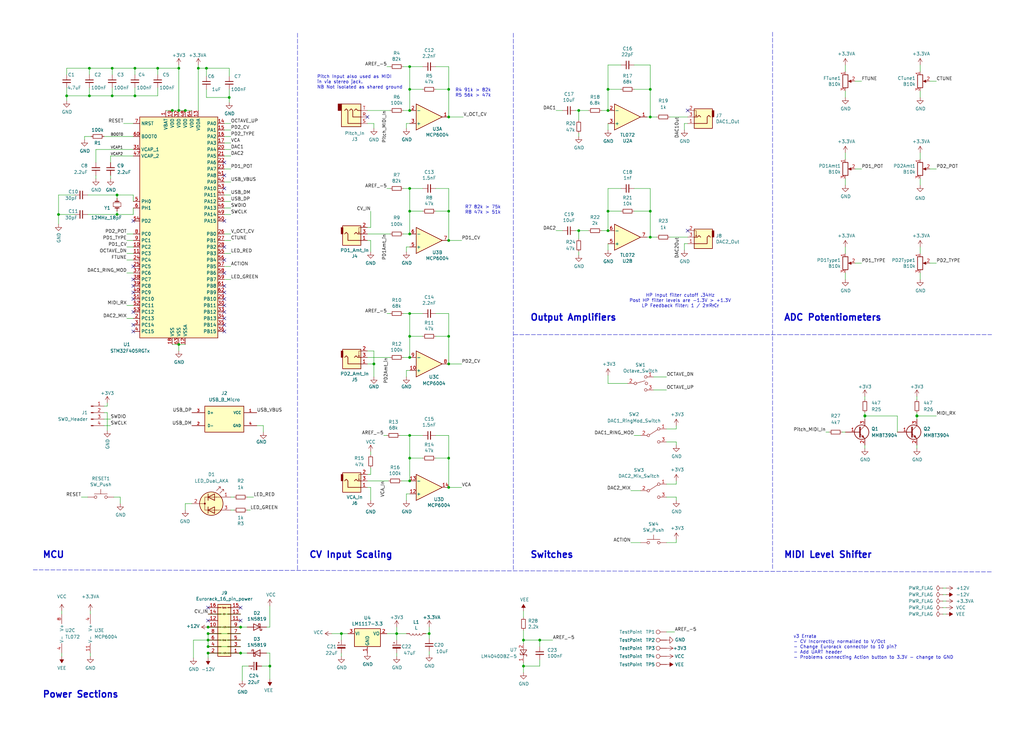
<source format=kicad_sch>
(kicad_sch (version 20231120) (generator "eeschema") (generator_version "8.0")
  (paper "User" 399.999 289.992)
  (title_block (title "DisPhaze") (date "2022-03-18") (rev "v3") (company "Mountjoy Modular"))
  (junction (at 237.49 43.18))
  (junction (at 160.02 91.44))
  (junction (at 358.14 162.56) (diameter 1.016))
  (junction (at 175.26 93.98))
  (junction (at 160.02 43.18))
  (junction (at 160.02 170.18))
  (junction (at 81.28 250.19))
  (junction (at 67.31 43.18))
  (junction (at 81.28 245.11))
  (junction (at 226.06 43.18))
  (junction (at 160.02 122.555))
  (junction (at 154.94 247.65))
  (junction (at 175.26 82.55))
  (junction (at 93.98 255.27))
  (junction (at 254 92.71))
  (junction (at 237.49 82.55))
  (junction (at 69.85 134.62))
  (junction (at 167.64 247.65))
  (junction (at 254 82.55))
  (junction (at 160.02 179.07))
  (junction (at 237.49 90.17))
  (junction (at 81.28 252.73))
  (junction (at 43.815 37.465))
  (junction (at 43.815 26.67))
  (junction (at 34.925 26.67))
  (junction (at 52.705 26.67))
  (junction (at 254 34.925))
  (junction (at 204.47 260.35))
  (junction (at 237.49 34.925))
  (junction (at 69.85 26.67))
  (junction (at 89.535 38.1))
  (junction (at 61.595 26.67))
  (junction (at 69.85 43.18))
  (junction (at 160.02 139.7))
  (junction (at 254 45.72))
  (junction (at 72.39 43.18))
  (junction (at 337.82 162.56) (diameter 1.016))
  (junction (at 81.28 247.65))
  (junction (at 160.02 73.66))
  (junction (at 160.02 187.96))
  (junction (at 175.26 190.5))
  (junction (at 175.26 45.72))
  (junction (at 105.41 260.35))
  (junction (at 52.705 37.465))
  (junction (at 160.02 82.55))
  (junction (at 210.82 250.19))
  (junction (at 133.35 247.65))
  (junction (at 77.47 26.67))
  (junction (at 160.02 131.445))
  (junction (at 175.26 179.07))
  (junction (at 175.26 131.445))
  (junction (at 93.98 245.11))
  (junction (at 45.72 83.82))
  (junction (at 175.26 34.925))
  (junction (at 204.47 250.19))
  (junction (at 160.02 34.925))
  (junction (at 80.645 26.67))
  (junction (at 146.05 142.24))
  (junction (at 45.72 76.2))
  (junction (at 26.035 37.465))
  (junction (at 175.26 142.24))
  (junction (at 81.28 255.27))
  (junction (at 34.925 37.465))
  (junction (at 160.02 26.035))
  (junction (at 22.86 83.82))
  (junction (at 226.06 90.17))
  (no_connect (at 93.98 237.49))
  (no_connect (at 52.07 121.92))
  (no_connect (at 81.28 237.49))
  (no_connect (at 87.63 119.38))
  (no_connect (at 52.07 116.84))
  (no_connect (at 87.63 111.76))
  (no_connect (at 52.07 129.54))
  (no_connect (at 87.63 127))
  (no_connect (at 87.63 73.66))
  (no_connect (at 87.63 124.46))
  (no_connect (at 52.07 114.3))
  (no_connect (at 87.63 114.3))
  (no_connect (at 87.63 101.6))
  (no_connect (at 87.63 106.68))
  (no_connect (at 52.07 86.36))
  (no_connect (at 52.07 111.76))
  (no_connect (at 87.63 63.5))
  (no_connect (at 87.63 116.84))
  (no_connect (at 87.63 86.36))
  (no_connect (at 93.98 242.57))
  (no_connect (at 268.605 43.18))
  (no_connect (at 87.63 68.58))
  (no_connect (at 143.51 45.72))
  (no_connect (at 87.63 121.92))
  (no_connect (at 87.63 129.54))
  (no_connect (at 81.28 242.57))
  (no_connect (at 268.605 90.17))
  (no_connect (at 52.07 104.14))
  (no_connect (at 52.07 109.22))
  (no_connect (at 52.07 127))
  (no_connect (at 87.63 96.52))
  (wire (pts (xy 226.06 90.17) (xy 226.06 93.345)))
  (wire (pts (xy 260.35 194.31) (xy 264.16 194.31)))
  (wire (pts (xy 359.41 96.52) (xy 359.41 99.06)))
  (wire (pts (xy 160.02 96.52) (xy 158.75 96.52)))
  (wire (pts (xy 210.82 250.19) (xy 204.47 250.19)))
  (wire (pts (xy 87.63 60.96) (xy 90.17 60.96)))
  (wire (pts (xy 330.2 106.68) (xy 330.2 109.22)))
  (wire (pts (xy 133.35 247.65) (xy 133.35 250.19)))
  (wire (pts (xy 363.22 102.87) (xy 365.76 102.87)))
  (wire (pts (xy 255.27 152.4) (xy 260.35 152.4)))
  (wire (pts (xy 149.86 170.18) (xy 151.13 170.18)))
  (wire (pts (xy 170.18 26.035) (xy 175.26 26.035)))
  (wire (pts (xy 260.35 247.015) (xy 263.525 247.015)))
  (wire (pts (xy 26.035 26.67) (xy 26.035 29.21)))
  (wire (pts (xy 34.29 76.2) (xy 45.72 76.2)))
  (wire (pts (xy 146.05 142.24) (xy 146.05 147.32)))
  (wire (pts (xy 34.925 34.29) (xy 34.925 37.465)))
  (wire (pts (xy 87.63 66.04) (xy 90.17 66.04)))
  (wire (pts (xy 165.1 73.66) (xy 160.02 73.66)))
  (wire (pts (xy 154.94 245.11) (xy 154.94 247.65)))
  (wire (pts (xy 52.07 58.42) (xy 37.465 58.42)))
  (wire (pts (xy 90.17 53.34) (xy 87.63 53.34)))
  (wire (pts (xy 52.07 60.96) (xy 43.18 60.96)))
  (wire (pts (xy 254 92.71) (xy 256.54 92.71)))
  (wire (pts (xy 93.98 247.65) (xy 81.28 247.65)))
  (wire (pts (xy 156.845 187.96) (xy 160.02 187.96)))
  (wire (pts (xy 226.06 43.18) (xy 229.87 43.18)))
  (wire (pts (xy 158.75 96.52) (xy 158.75 98.425)))
  (wire (pts (xy 129.54 247.65) (xy 133.35 247.65)))
  (wire (pts (xy 87.63 78.74) (xy 90.17 78.74)))
  (wire (pts (xy 133.35 247.65) (xy 135.89 247.65)))
  (wire (pts (xy 87.63 99.06) (xy 90.17 99.06)))
  (wire (pts (xy 167.64 245.11) (xy 167.64 247.65)))
  (wire (pts (xy 180.34 190.5) (xy 175.26 190.5)))
  (wire (pts (xy 143.51 137.16) (xy 146.05 137.16)))
  (wire (pts (xy 87.63 55.88) (xy 90.17 55.88)))
  (wire (pts (xy 69.85 134.62) (xy 69.85 137.16)))
  (wire (pts (xy 133.35 255.27) (xy 133.35 256.54)))
  (wire (pts (xy 204.47 260.35) (xy 210.82 260.35)))
  (wire (pts (xy 264.16 172.72) (xy 264.16 173.99)))
  (wire (pts (xy 154.94 247.65) (xy 154.94 250.19)))
  (wire (pts (xy 49.53 99.06) (xy 52.07 99.06)))
  (wire (pts (xy 94.615 266.065) (xy 94.615 260.35)))
  (wire (pts (xy 359.41 69.85) (xy 359.41 72.39)))
  (wire (pts (xy 242.57 82.55) (xy 237.49 82.55)))
  (wire (pts (xy 252.73 45.72) (xy 254 45.72)))
  (wire (pts (xy 93.98 252.73) (xy 81.28 252.73)))
  (wire (pts (xy 359.41 106.68) (xy 359.41 109.22)))
  (wire (pts (xy 368.3 234.95) (xy 369.57 234.95)))
  (wire (pts (xy 268.605 48.26) (xy 267.335 48.26)))
  (wire (pts (xy 69.85 26.67) (xy 69.85 43.18)))
  (wire (pts (xy 226.06 52.07) (xy 226.06 53.34)))
  (wire (pts (xy 144.78 176.53) (xy 144.78 177.8)))
  (wire (pts (xy 102.235 260.35) (xy 105.41 260.35)))
  (wire (pts (xy 80.645 26.67) (xy 89.535 26.67)))
  (wire (pts (xy 160.02 34.925) (xy 160.02 43.18)))
  (wire (pts (xy 61.595 26.67) (xy 69.85 26.67)))
  (wire (pts (xy 49.53 101.6) (xy 52.07 101.6)))
  (wire (pts (xy 363.22 66.04) (xy 365.76 66.04)))
  (wire (pts (xy 261.62 45.72) (xy 268.605 45.72)))
  (wire (pts (xy 89.535 26.67) (xy 89.535 29.845)))
  (wire (pts (xy 217.17 43.18) (xy 219.71 43.18)))
  (wire (pts (xy 80.645 38.1) (xy 89.535 38.1)))
  (wire (pts (xy 165.1 82.55) (xy 160.02 82.55)))
  (wire (pts (xy 104.14 245.11) (xy 105.41 245.11)))
  (wire (pts (xy 180.34 93.98) (xy 175.26 93.98)))
  (wire (pts (xy 358.14 162.56) (xy 365.76 162.56)))
  (wire (pts (xy 330.2 59.69) (xy 330.2 62.23)))
  (wire (pts (xy 49.53 93.98) (xy 52.07 93.98)))
  (wire (pts (xy 260.35 189.23) (xy 264.16 189.23)))
  (wire (pts (xy 234.95 43.18) (xy 237.49 43.18)))
  (wire (pts (xy 337.82 162.56) (xy 337.82 163.83)))
  (wire (pts (xy 94.615 260.35) (xy 97.155 260.35)))
  (wire (pts (xy 157.48 139.7) (xy 160.02 139.7)))
  (wire (pts (xy 242.57 73.66) (xy 237.49 73.66)))
  (polyline (pts (xy 301.752 12.573) (xy 301.752 222.377)) (stroke (width 0) (type dash)))
  (wire (pts (xy 175.26 179.07) (xy 175.26 190.5)))
  (wire (pts (xy 254 25.4) (xy 254 34.925)))
  (wire (pts (xy 170.18 131.445) (xy 175.26 131.445)))
  (wire (pts (xy 61.595 34.29) (xy 61.595 37.465)))
  (wire (pts (xy 26.035 26.67) (xy 34.925 26.67)))
  (wire (pts (xy 144.78 185.42) (xy 144.78 182.88)))
  (wire (pts (xy 204.47 246.38) (xy 204.47 250.19)))
  (wire (pts (xy 210.82 250.19) (xy 210.82 252.73)))
  (wire (pts (xy 43.18 68.58) (xy 43.18 69.85)))
  (wire (pts (xy 160.02 179.07) (xy 160.02 187.96)))
  (wire (pts (xy 87.63 71.12) (xy 90.17 71.12)))
  (wire (pts (xy 87.63 83.82) (xy 90.17 83.82)))
  (wire (pts (xy 144.78 88.9) (xy 143.51 88.9)))
  (wire (pts (xy 337.82 161.29) (xy 337.82 162.56)))
  (wire (pts (xy 45.72 83.82) (xy 52.07 83.82)))
  (wire (pts (xy 105.41 245.11) (xy 105.41 236.855)))
  (wire (pts (xy 156.21 170.18) (xy 160.02 170.18)))
  (wire (pts (xy 254 92.71) (xy 254 82.55)))
  (wire (pts (xy 267.335 48.26) (xy 267.335 50.8)))
  (wire (pts (xy 81.28 240.03) (xy 93.98 240.03)))
  (wire (pts (xy 175.26 82.55) (xy 175.26 93.98)))
  (wire (pts (xy 87.63 93.98) (xy 90.17 93.98)))
  (wire (pts (xy 330.2 25.4) (xy 330.2 27.94)))
  (wire (pts (xy 52.705 37.465) (xy 61.595 37.465)))
  (wire (pts (xy 40.64 161.29) (xy 41.91 161.29)))
  (wire (pts (xy 69.85 43.18) (xy 72.39 43.18)))
  (wire (pts (xy 247.65 25.4) (xy 254 25.4)))
  (wire (pts (xy 72.39 196.85) (xy 72.39 199.39)))
  (wire (pts (xy 252.73 92.71) (xy 254 92.71)))
  (wire (pts (xy 237.49 25.4) (xy 242.57 25.4)))
  (wire (pts (xy 260.35 167.64) (xy 264.16 167.64)))
  (wire (pts (xy 170.18 73.66) (xy 175.26 73.66)))
  (wire (pts (xy 175.26 131.445) (xy 175.26 142.24)))
  (wire (pts (xy 52.705 26.67) (xy 61.595 26.67)))
  (wire (pts (xy 45.72 82.55) (xy 45.72 83.82)))
  (wire (pts (xy 350.52 162.56) (xy 350.52 168.91)))
  (wire (pts (xy 24.13 255.27) (xy 24.13 256.54)))
  (wire (pts (xy 175.26 45.72) (xy 180.975 45.72)))
  (polyline (pts (xy 200.533 12.954) (xy 200.533 222.758)) (stroke (width 0) (type dash)))
  (wire (pts (xy 165.1 122.555) (xy 160.02 122.555)))
  (wire (pts (xy 49.53 96.52) (xy 52.07 96.52)))
  (wire (pts (xy 151.13 26.035) (xy 152.4 26.035)))
  (wire (pts (xy 237.49 48.26) (xy 237.49 50.8)))
  (wire (pts (xy 144.78 93.98) (xy 144.78 98.425)))
  (wire (pts (xy 35.306 255.27) (xy 35.306 256.54)))
  (wire (pts (xy 22.86 76.2) (xy 22.86 83.82)))
  (wire (pts (xy 143.51 43.18) (xy 152.4 43.18)))
  (wire (pts (xy 224.79 90.17) (xy 226.06 90.17)))
  (wire (pts (xy 358.14 161.29) (xy 358.14 162.56)))
  (wire (pts (xy 157.48 122.555) (xy 160.02 122.555)))
  (polyline (pts (xy 12.954 222.758) (xy 387.35 223.52)) (stroke (width 0) (type dash)))
  (wire (pts (xy 170.18 179.07) (xy 175.26 179.07)))
  (wire (pts (xy 26.035 34.29) (xy 26.035 37.465)))
  (wire (pts (xy 143.51 142.24) (xy 146.05 142.24)))
  (wire (pts (xy 81.28 257.175) (xy 81.28 255.27)))
  (wire (pts (xy 87.63 91.44) (xy 90.17 91.44)))
  (wire (pts (xy 204.47 260.35) (xy 204.47 262.89)))
  (wire (pts (xy 43.815 37.465) (xy 52.705 37.465)))
  (wire (pts (xy 334.01 102.87) (xy 336.55 102.87)))
  (wire (pts (xy 165.1 131.445) (xy 160.02 131.445)))
  (wire (pts (xy 97.79 199.39) (xy 96.52 199.39)))
  (wire (pts (xy 45.72 76.2) (xy 45.72 77.47)))
  (wire (pts (xy 158.75 144.78) (xy 158.75 147.32)))
  (wire (pts (xy 330.2 35.56) (xy 330.2 38.1)))
  (wire (pts (xy 175.26 26.035) (xy 175.26 34.925)))
  (wire (pts (xy 260.35 212.09) (xy 264.16 212.09)))
  (wire (pts (xy 93.98 250.19) (xy 81.28 250.19)))
  (wire (pts (xy 22.86 83.82) (xy 29.21 83.82)))
  (wire (pts (xy 158.75 193.04) (xy 160.02 193.04)))
  (wire (pts (xy 368.3 237.49) (xy 369.57 237.49)))
  (wire (pts (xy 104.14 255.27) (xy 105.41 255.27)))
  (wire (pts (xy 43.815 26.67) (xy 52.705 26.67)))
  (wire (pts (xy 143.51 91.44) (xy 152.4 91.44)))
  (wire (pts (xy 167.64 247.65) (xy 166.37 247.65)))
  (wire (pts (xy 144.78 190.5) (xy 144.78 195.58)))
  (wire (pts (xy 90.17 48.26) (xy 87.63 48.26)))
  (wire (pts (xy 358.14 154.94) (xy 358.14 156.21)))
  (wire (pts (xy 69.85 134.62) (xy 67.31 134.62)))
  (wire (pts (xy 77.47 26.67) (xy 77.47 43.18)))
  (wire (pts (xy 261.62 92.71) (xy 268.605 92.71)))
  (wire (pts (xy 49.53 119.38) (xy 52.07 119.38)))
  (wire (pts (xy 37.465 58.42) (xy 37.465 63.5)))
  (wire (pts (xy 144.78 88.9) (xy 144.78 82.55)))
  (wire (pts (xy 267.335 95.25) (xy 267.335 97.79)))
  (wire (pts (xy 77.47 26.67) (xy 80.645 26.67)))
  (wire (pts (xy 33.02 53.34) (xy 35.56 53.34)))
  (wire (pts (xy 160.02 48.26) (xy 158.75 48.26)))
  (wire (pts (xy 49.53 124.46) (xy 52.07 124.46)))
  (wire (pts (xy 87.63 104.14) (xy 90.17 104.14)))
  (wire (pts (xy 44.45 194.31) (xy 46.99 194.31)))
  (wire (pts (xy 175.26 122.555) (xy 175.26 131.445)))
  (wire (pts (xy 204.47 250.19) (xy 204.47 251.46)))
  (wire (pts (xy 40.64 166.37) (xy 43.18 166.37)))
  (wire (pts (xy 93.98 245.11) (xy 96.52 245.11)))
  (wire (pts (xy 160.02 144.78) (xy 158.75 144.78)))
  (wire (pts (xy 52.705 34.29) (xy 52.705 37.465)))
  (wire (pts (xy 268.605 95.25) (xy 267.335 95.25)))
  (wire (pts (xy 34.925 37.465) (xy 43.815 37.465)))
  (wire (pts (xy 31.75 194.31) (xy 34.29 194.31)))
  (wire (pts (xy 49.53 106.68) (xy 52.07 106.68)))
  (wire (pts (xy 254 82.55) (xy 247.65 82.55)))
  (wire (pts (xy 43.815 26.67) (xy 43.815 29.21)))
  (wire (pts (xy 215.9 250.19) (xy 210.82 250.19)))
  (wire (pts (xy 34.925 26.67) (xy 43.815 26.67)))
  (wire (pts (xy 165.1 26.035) (xy 160.02 26.035)))
  (wire (pts (xy 143.51 187.96) (xy 151.765 187.96)))
  (wire (pts (xy 37.465 68.58) (xy 37.465 69.85)))
  (wire (pts (xy 237.49 73.66) (xy 237.49 82.55)))
  (wire (pts (xy 264.16 166.37) (xy 264.16 167.64)))
  (polyline (pts (xy 200.66 130.81) (xy 387.35 130.81)) (stroke (width 0) (type dash)))
  (wire (pts (xy 264.16 187.96) (xy 264.16 189.23)))
  (wire (pts (xy 363.22 31.75) (xy 365.76 31.75)))
  (wire (pts (xy 167.64 247.65) (xy 167.64 249.555)))
  (wire (pts (xy 151.13 247.65) (xy 154.94 247.65)))
  (wire (pts (xy 204.47 238.76) (xy 204.47 241.3)))
  (wire (pts (xy 33.02 54.61) (xy 33.02 53.34)))
  (wire (pts (xy 337.82 173.99) (xy 337.82 175.26)))
  (wire (pts (xy 170.18 34.925) (xy 175.26 34.925)))
  (wire (pts (xy 93.98 255.27) (xy 96.52 255.27)))
  (wire (pts (xy 143.51 93.98) (xy 144.78 93.98)))
  (wire (pts (xy 52.07 76.2) (xy 45.72 76.2)))
  (wire (pts (xy 80.645 26.67) (xy 80.645 29.845)))
  (wire (pts (xy 359.41 59.69) (xy 359.41 62.23)))
  (wire (pts (xy 160.02 170.18) (xy 165.1 170.18)))
  (wire (pts (xy 40.64 53.34) (xy 52.07 53.34)))
  (wire (pts (xy 334.01 31.75) (xy 336.55 31.75)))
  (wire (pts (xy 43.815 34.29) (xy 43.815 37.465)))
  (wire (pts (xy 337.82 162.56) (xy 350.52 162.56)))
  (wire (pts (xy 81.28 245.11) (xy 93.98 245.11)))
  (wire (pts (xy 330.2 96.52) (xy 330.2 99.06)))
  (wire (pts (xy 41.91 158.75) (xy 41.91 157.48)))
  (wire (pts (xy 81.28 255.27) (xy 93.98 255.27)))
  (wire (pts (xy 81.28 247.65) (xy 81.28 250.19)))
  (wire (pts (xy 160.02 82.55) (xy 160.02 91.44)))
  (wire (pts (xy 48.26 48.26) (xy 52.07 48.26)))
  (wire (pts (xy 35.306 238.76) (xy 35.306 240.03)))
  (wire (pts (xy 368.3 232.41) (xy 369.57 232.41)))
  (wire (pts (xy 49.53 91.44) (xy 52.07 91.44)))
  (wire (pts (xy 264.16 210.82) (xy 264.16 212.09)))
  (wire (pts (xy 250.19 170.18) (xy 247.65 170.18)))
  (wire (pts (xy 254 45.72) (xy 256.54 45.72)))
  (wire (pts (xy 69.85 134.62) (xy 72.39 134.62)))
  (wire (pts (xy 40.64 163.83) (xy 43.18 163.83)))
  (wire (pts (xy 175.26 34.925) (xy 175.26 45.72)))
  (wire (pts (xy 143.51 185.42) (xy 144.78 185.42)))
  (wire (pts (xy 157.48 73.66) (xy 160.02 73.66)))
  (wire (pts (xy 160.02 122.555) (xy 160.02 131.445)))
  (wire (pts (xy 237.49 34.925) (xy 237.49 43.18)))
  (wire (pts (xy 100.33 166.37) (xy 102.87 166.37)))
  (wire (pts (xy 158.75 48.26) (xy 158.75 50.165)))
  (wire (pts (xy 250.19 191.77) (xy 246.38 191.77)))
  (wire (pts (xy 334.01 66.04) (xy 336.55 66.04)))
  (wire (pts (xy 99.06 194.31) (xy 96.52 194.31)))
  (wire (pts (xy 254 45.72) (xy 254 34.925)))
  (wire (pts (xy 260.35 172.72) (xy 264.16 172.72)))
  (wire (pts (xy 24.13 238.76) (xy 24.13 240.03)))
  (wire (pts (xy 328.93 168.91) (xy 330.2 168.91)))
  (wire (pts (xy 143.51 139.7) (xy 152.4 139.7)))
  (wire (pts (xy 77.47 25.4) (xy 77.47 26.67)))
  (wire (pts (xy 151.13 73.66) (xy 152.4 73.66)))
  (wire (pts (xy 75.565 250.19) (xy 81.28 250.19)))
  (wire (pts (xy 52.07 81.28) (xy 52.07 83.82)))
  (wire (pts (xy 170.18 122.555) (xy 175.26 122.555)))
  (wire (pts (xy 247.65 34.925) (xy 254 34.925)))
  (wire (pts (xy 358.14 162.56) (xy 358.14 163.83)))
  (wire (pts (xy 219.71 90.17) (xy 217.17 90.17)))
  (wire (pts (xy 74.93 196.85) (xy 72.39 196.85)))
  (wire (pts (xy 90.17 50.8) (xy 87.63 50.8)))
  (wire (pts (xy 26.035 37.465) (xy 34.925 37.465)))
  (wire (pts (xy 359.41 25.4) (xy 359.41 27.94)))
  (wire (pts (xy 337.82 154.94) (xy 337.82 156.21)))
  (wire (pts (xy 43.18 60.96) (xy 43.18 63.5)))
  (wire (pts (xy 368.3 240.03) (xy 369.57 240.03)))
  (wire (pts (xy 67.31 43.18) (xy 69.85 43.18)))
  (wire (pts (xy 165.1 34.925) (xy 160.02 34.925)))
  (wire (pts (xy 87.63 109.22) (xy 90.17 109.22)))
  (wire (pts (xy 91.44 194.31) (xy 90.17 194.31)))
  (wire (pts (xy 158.75 193.04) (xy 158.75 195.58)))
  (wire (pts (xy 226.06 98.425) (xy 226.06 99.695)))
  (wire (pts (xy 157.48 91.44) (xy 160.02 91.44)))
  (wire (pts (xy 34.29 83.82) (xy 45.72 83.82)))
  (wire (pts (xy 237.49 149.86) (xy 245.11 149.86)))
  (wire (pts (xy 167.64 254.635) (xy 167.64 255.905)))
  (wire (pts (xy 246.38 212.09) (xy 250.19 212.09)))
  (wire (pts (xy 75.565 257.175) (xy 75.565 250.19)))
  (wire (pts (xy 154.94 255.27) (xy 154.94 256.54)))
  (wire (pts (xy 105.41 255.27) (xy 105.41 260.35)))
  (wire (pts (xy 146.05 137.16) (xy 146.05 142.24)))
  (wire (pts (xy 255.27 147.32) (xy 260.35 147.32)))
  (wire (pts (xy 80.645 34.925) (xy 80.645 38.1)))
  (wire (pts (xy 254 73.66) (xy 254 82.55)))
  (wire (pts (xy 175.26 73.66) (xy 175.26 82.55)))
  (wire (pts (xy 90.17 58.42) (xy 87.63 58.42)))
  (wire (pts (xy 61.595 26.67) (xy 61.595 29.21)))
  (wire (pts (xy 22.86 83.82) (xy 22.86 87.63)))
  (wire (pts (xy 157.48 43.18) (xy 160.02 43.18)))
  (wire (pts (xy 237.49 95.25) (xy 237.49 97.79)))
  (wire (pts (xy 204.47 259.08) (xy 204.47 260.35)))
  (wire (pts (xy 89.535 38.1) (xy 89.535 40.005)))
  (wire (pts (xy 52.07 78.74) (xy 52.07 76.2)))
  (wire (pts (xy 34.925 26.67) (xy 34.925 29.21)))
  (wire (pts (xy 368.3 229.87) (xy 369.57 229.87)))
  (wire (pts (xy 151.13 122.555) (xy 152.4 122.555)))
  (wire (pts (xy 146.05 48.26) (xy 146.05 50.165)))
  (wire (pts (xy 175.26 170.18) (xy 175.26 179.07)))
  (wire (pts (xy 358.14 173.99) (xy 358.14 175.26)))
  (wire (pts (xy 226.06 43.18) (xy 226.06 46.99)))
  (wire (pts (xy 170.18 170.18) (xy 175.26 170.18)))
  (wire (pts (xy 89.535 34.925) (xy 89.535 38.1)))
  (wire (pts (xy 170.18 82.55) (xy 175.26 82.55)))
  (wire (pts (xy 26.035 37.465) (xy 26.035 39.37)))
  (wire (pts (xy 87.63 81.28) (xy 90.17 81.28)))
  (wire (pts (xy 224.79 43.18) (xy 226.06 43.18)))
  (wire (pts (xy 210.82 257.81) (xy 210.82 260.35)))
  (wire (pts (xy 64.77 43.18) (xy 67.31 43.18)))
  (wire (pts (xy 46.99 194.31) (xy 46.99 196.85)))
  (wire (pts (xy 237.49 146.685) (xy 237.49 149.86)))
  (wire (pts (xy 160.02 73.66) (xy 160.02 82.55)))
  (wire (pts (xy 247.65 73.66) (xy 254 73.66)))
  (wire (pts (xy 322.58 168.91) (xy 323.85 168.91)))
  (wire (pts (xy 105.41 260.35) (xy 105.41 265.43)))
  (wire (pts (xy 264.16 194.31) (xy 264.16 195.58)))
  (wire (pts (xy 226.06 90.17) (xy 229.87 90.17)))
  (wire (pts (xy 69.85 25.4) (xy 69.85 26.67)))
  (wire (pts (xy 160.02 26.035) (xy 160.02 34.925)))
  (wire (pts (xy 160.02 179.07) (xy 165.1 179.07)))
  (wire (pts (xy 91.44 199.39) (xy 90.17 199.39)))
  (wire (pts (xy 157.48 26.035) (xy 160.02 26.035)))
  (wire (pts (xy 160.02 170.18) (xy 160.02 179.07)))
  (wire (pts (xy 143.51 190.5) (xy 144.78 190.5)))
  (wire (pts (xy 87.63 76.2) (xy 90.17 76.2)))
  (wire (pts (xy 22.86 76.2) (xy 29.21 76.2)))
  (polyline (pts (xy 116.205 12.954) (xy 116.205 222.758)) (stroke (width 0) (type dash)))
  (wire (pts (xy 180.34 142.24) (xy 175.26 142.24)))
  (wire (pts (xy 234.95 90.17) (xy 237.49 90.17)))
  (wire (pts (xy 359.41 35.56) (xy 359.41 38.1)))
  (wire (pts (xy 143.51 48.26) (xy 146.05 48.26)))
  (wire (pts (xy 330.2 69.85) (xy 330.2 72.39)))
  (wire (pts (xy 102.87 166.37) (xy 102.87 168.91)))
  (wire (pts (xy 72.39 43.18) (xy 74.93 43.18)))
  (wire (pts (xy 41.91 161.29) (xy 41.91 168.275)))
  (wire (pts (xy 40.64 158.75) (xy 41.91 158.75)))
  (wire (pts (xy 237.49 34.925) (xy 242.57 34.925)))
  (wire (pts (xy 154.94 247.65) (xy 158.75 247.65)))
  (wire (pts (xy 237.49 25.4) (xy 237.49 34.925)))
  (wire (pts (xy 160.02 131.445) (xy 160.02 139.7)))
  (wire (pts (xy 52.705 26.67) (xy 52.705 29.21)))
  (wire (pts (xy 81.28 252.73) (xy 81.28 250.19)))
  (wire (pts (xy 237.49 82.55) (xy 237.49 90.17)))
  (text "CV Input Scaling" (at 120.65 218.44 0) (effects (font (size 2.54 2.54) (thickness 0.508) (bold yes)) (justify left bottom)))
  (text "v3 Errata\n- CV Incorrectly normalled to V/Oct\n- Change Eurorack connector to 10 pin?\n- Add UART header\n- Problems connecting Action button to 3.3V - change to GND" (at 309.88 257.81 0) (effects (font (size 1.27 1.27)) (justify left bottom)))
  (text "Output Amplifiers" (at 207.01 125.73 0) (effects (font (size 2.54 2.54) (thickness 0.508) (bold yes)) (justify left bottom)))
  (text "ADC Potentiometers" (at 306.07 125.73 0) (effects (font (size 2.54 2.54) (thickness 0.508) (bold yes)) (justify left bottom)))
  (text "Pitch Input also used as MIDI \nin via stereo jack. \nNB Not isolated as shared ground\n" (at 123.825 34.925 0) (effects (font (size 1.27 1.27)) (justify left bottom)))
  (text "MCU" (at 16.51 218.44 0) (effects (font (size 2.54 2.54) (thickness 0.508) (bold yes)) (justify left bottom)))
  (text "R7 82k > 75k\nR8 47k > 51k" (at 181.61 83.82 0) (effects (font (size 1.27 1.27)) (justify left bottom)))
  (text "Power Sections" (at 16.51 273.05 0) (effects (font (size 2.54 2.54) (thickness 0.508) (bold yes)) (justify left bottom)))
  (text "Switches" (at 207.01 218.44 0) (effects (font (size 2.54 2.54) (thickness 0.508) (bold yes)) (justify left bottom)))
  (text "R4 91k > 82k\nR5 56k > 47k" (at 177.8 38.1 0) (effects (font (size 1.27 1.27)) (justify left bottom)))
  (text "HP Input filter cutoff .34Hz\nPost HP filter levels are -1.3V > +1.3V\nLP Feedback filter: 1 / 2πR_{f}C_{f}" (at 265.684 117.602 0) (effects (font (size 1.27 1.27))))
  (text "MIDI Level Shifter" (at 306.07 218.44 0) (effects (font (size 2.54 2.54) (thickness 0.508) (bold yes)) (justify left bottom)))
  (label "USB_VBUS" (at 100.33 161.29 0))
  (label "SWCLK" (at 43.18 166.37 0))
  (label "MIDI_RX" (at 49.53 119.38 180))
  (label "VCA" (at 90.17 55.88 0))
  (label "USB_DM" (at 90.17 76.2 0))
  (label "PD2_CV" (at 180.34 142.24 0))
  (label "CV_IN" (at 144.78 82.55 180))
  (label "PD2_TYPE" (at 90.17 53.34 0))
  (label "BOOT0" (at 43.18 53.34 0) (effects (font (size 1 1))))
  (label "AREF_-5" (at 215.9 250.19 0))
  (label "OCTAVE_DN" (at 260.35 147.32 0))
  (label "DAC1" (at 217.17 43.18 180))
  (label "PD1_TYPE" (at 336.55 102.87 0))
  (label "PD2Amt_in" (at 151.765 139.7 270))
  (label "Pitch_MIDI_In" (at 151.13 43.18 270))
  (label "LED_RED" (at 99.06 194.31 0))
  (label "PD2_POT" (at 49.53 91.44 180))
  (label "MIDI_RX" (at 365.76 162.56 0))
  (label "LED_GREEN" (at 97.79 199.39 0))
  (label "AREF_-5" (at 263.525 247.015 0))
  (label "DAC2_MIX" (at 49.53 124.46 180))
  (label "AREF_-5" (at 151.13 73.66 180))
  (label "DAC1" (at 90.17 58.42 0))
  (label "DAC1_RING_MOD" (at 49.53 106.68 180))
  (label "DAC1_RING_MOD" (at 247.65 170.18 180))
  (label "DAC2" (at 90.17 60.96 0))
  (label "PD1Amt_in" (at 151.13 91.44 270))
  (label "USB_DP" (at 74.93 161.29 180))
  (label "ACTION" (at 90.17 104.14 0))
  (label "OCTAVE_UP" (at 260.35 152.4 0))
  (label "SWDIO" (at 43.18 163.83 0))
  (label "DAC2Out" (at 265.43 92.71 270))
  (label "CTUNE" (at 90.17 93.98 0))
  (label "LED_GREEN" (at 90.17 109.22 0))
  (label "LED_RED" (at 90.17 99.06 0))
  (label "OCTAVE_UP" (at 90.17 48.26 0))
  (label "AREF_-5" (at 151.13 26.035 180))
  (label "VCAP2" (at 43.18 60.96 0) (effects (font (size 1 1))))
  (label "PD1_POT" (at 336.55 66.04 0))
  (label "Pitch_MIDI_In" (at 322.58 168.91 180))
  (label "USB_VBUS" (at 90.17 71.12 0))
  (label "SWCLK" (at 90.17 83.82 0))
  (label "V_OCT_CV" (at 180.975 45.72 0))
  (label "ACTION" (at 246.38 212.09 180))
  (label "DAC2" (at 217.17 90.17 180))
  (label "PD2_POT" (at 365.76 66.04 0))
  (label "OCTAVE_DN" (at 49.53 99.06 180))
  (label "FTUNE" (at 49.53 101.6 180))
  (label "AREF_-5" (at 149.86 170.18 180))
  (label "RESET" (at 31.75 194.31 180))
  (label "FTUNE" (at 336.55 31.75 0))
  (label "PD1_TYPE" (at 49.53 93.98 180))
  (label "VCA_In" (at 150.495 187.96 270))
  (label "PD2_CV" (at 90.17 50.8 0))
  (label "AREF_-5" (at 151.13 122.555 180))
  (label "DAC1Out" (at 265.43 45.72 270))
  (label "VCA" (at 180.34 190.5 0))
  (label "PD1_CV" (at 49.53 96.52 180))
  (label "RESET" (at 48.26 48.26 180))
  (label "PD2_TYPE" (at 365.76 102.87 0))
  (label "VCAP1" (at 43.18 58.42 0) (effects (font (size 1 1))))
  (label "CTUNE" (at 365.76 31.75 0))
  (label "SWDIO" (at 90.17 81.28 0))
  (label "V_OCT_CV" (at 90.17 91.44 0))
  (label "DAC2_MIX" (at 246.38 191.77 180))
  (label "USB_DP" (at 90.17 78.74 0))
  (label "USB_DM" (at 74.93 166.37 180))
  (label "CV_IN" (at 81.28 240.03 180))
  (label "PD1_POT" (at 90.17 66.04 0))
  (label "PD1_CV" (at 180.34 93.98 0))
  (symbol (lib_id "MCU_ST_STM32F4:STM32F405RGTx") (at 69.85 88.9 0) (unit 1)
    (property "Reference" "U1" (at 49.53 134.62 0))
    (property "Value" "STM32F405RGTx" (at 50.8 137.16 0))
    (property "Footprint" "Package_QFP:LQFP-64_10x10mm_P0.5mm" (effects (hide yes)))
    (property "Datasheet" "http://www.st.com/st-web-ui/static/active/en/resource/technical/document/datasheet/DM00037051.pdf" (effects (hide yes)))
  )
  (symbol (lib_id "Device:C_Small") (at 37.465 66.04 180) (unit 1)
    (property "Reference" "C8" (at 34.29 64.7635 0) (effects (justify left)))
    (property "Value" "2.2uF" (at 34.29 67.3035 0) (effects (justify left)))
    (property "Footprint" "Capacitor_SMD:C_0603_1608Metric" (effects (hide yes)))
  )
  (symbol (lib_id "Device:C_Small") (at 43.18 66.04 0) (unit 1)
    (property "Reference" "C9" (at 45.72 64.7762 0) (effects (justify left)))
    (property "Value" "2.2uF" (at 45.72 67.3162 0) (effects (justify left)))
    (property "Footprint" "Capacitor_SMD:C_0603_1608Metric" (effects (hide yes)))
  )
  (symbol (lib_id "power:GND") (at 43.18 69.85 0) (unit 1)
    (property "Reference" "#PWR07" (effects (hide yes)))
    (property "Value" "GND" (at 43.307 74.2442 0))
  )
  (symbol (lib_id "Connector:Conn_01x04_Male") (at 35.56 161.29 0) (unit 1)
    (property "Reference" "J1" (at 34.29 161.2899 0) (effects (justify right)))
    (property "Value" "SWD_Header" (at 34.29 163.8299 0) (effects (justify right)))
    (property "Footprint" "Custom_Footprints:SWD_header" (effects (hide yes)))
  )
  (symbol (lib_id "power:+3.3V") (at 41.91 157.48 0) (unit 1)
    (property "Reference" "#PWR010" (effects (hide yes)))
    (property "Value" "+3V3" (at 41.91 153.67 0))
  )
  (symbol (lib_id "power:GND") (at 41.91 168.275 0) (unit 1)
    (property "Reference" "#PWR011" (effects (hide yes)))
    (property "Value" "GND" (at 42.037 171.5262 90) (effects (justify right)))
  )
  (symbol (lib_id "Device:Crystal_Small") (at 45.72 80.01 90) (unit 1)
    (property "Reference" "Y1" (at 40.64 81.28 90) (effects (justify right)))
    (property "Value" "12MHz_18pF" (at 35.56 85.09 90) (effects (justify right)))
    (property "Footprint" "Crystal:Crystal_SMD_0603-2Pin_6.0x3.5mm" (effects (hide yes)))
  )
  (symbol (lib_id "Device:C_Small") (at 31.75 76.2 270) (unit 1)
    (property "Reference" "C10" (at 26.67 74.93 90) (effects (justify left)))
    (property "Value" "30pF" (at 25.4 77.47 90) (effects (justify left)))
    (property "Footprint" "Capacitor_SMD:C_0603_1608Metric" (effects (hide yes)))
  )
  (symbol (lib_id "Device:C_Small") (at 31.75 83.82 270) (unit 1)
    (property "Reference" "C11" (at 26.67 82.55 90) (effects (justify left)))
    (property "Value" "30pF" (at 25.4 85.09 90) (effects (justify left)))
    (property "Footprint" "Capacitor_SMD:C_0603_1608Metric" (effects (hide yes)))
  )
  (symbol (lib_id "power:GND") (at 22.86 87.63 0) (unit 1)
    (property "Reference" "#PWR08" (effects (hide yes)))
    (property "Value" "GND" (at 22.987 90.8812 90) (effects (justify right)))
  )
  (symbol (lib_id "power:+3.3V") (at 69.85 25.4 0) (unit 1)
    (property "Reference" "#PWR01" (effects (hide yes)))
    (property "Value" "+3V3" (at 69.85 21.59 0))
  )
  (symbol (lib_id "power:GND") (at 69.85 137.16 0) (unit 1)
    (property "Reference" "#PWR09" (effects (hide yes)))
    (property "Value" "GND" (at 69.977 141.5542 0))
  )
  (symbol (lib_id "Device:C_Small") (at 34.925 31.75 0) (unit 1)
    (property "Reference" "C2" (at 36.83 29.21 0) (effects (justify left)))
    (property "Value" "100nF" (at 35.56 34.29 0) (effects (justify left)))
    (property "Footprint" "Capacitor_SMD:C_0603_1608Metric" (effects (hide yes)))
  )
  (symbol (lib_id "power:GND") (at 26.035 39.37 0) (unit 1)
    (property "Reference" "#PWR03" (effects (hide yes)))
    (property "Value" "GND" (at 26.162 43.7642 0))
  )
  (symbol (lib_id "Device:C_Small") (at 43.815 31.75 0) (unit 1)
    (property "Reference" "C3" (at 45.72 29.21 0) (effects (justify left)))
    (property "Value" "100nF" (at 44.45 34.29 0) (effects (justify left)))
    (property "Footprint" "Capacitor_SMD:C_0603_1608Metric" (effects (hide yes)))
  )
  (symbol (lib_id "Device:C_Small") (at 52.705 31.75 0) (unit 1)
    (property "Reference" "C4" (at 53.975 29.21 0) (effects (justify left)))
    (property "Value" "100nF" (at 53.34 34.29 0) (effects (justify left)))
    (property "Footprint" "Capacitor_SMD:C_0603_1608Metric" (effects (hide yes)))
  )
  (symbol (lib_id "Device:C_Small") (at 61.595 31.75 0) (unit 1)
    (property "Reference" "C5" (at 63.5 29.21 0) (effects (justify left)))
    (property "Value" "100nF" (at 62.23 34.29 0) (effects (justify left)))
    (property "Footprint" "Capacitor_SMD:C_0603_1608Metric" (effects (hide yes)))
  )
  (symbol (lib_id "power:GND") (at 37.465 69.85 0) (unit 1)
    (property "Reference" "#PWR06" (effects (hide yes)))
    (property "Value" "GND" (at 37.592 74.2442 0))
  )
  (symbol (lib_id "power:+3.3V") (at 154.94 245.11 0) (unit 1)
    (property "Reference" "#PWR060" (effects (hide yes)))
    (property "Value" "+3V3" (at 154.94 241.3 0))
  )
  (symbol (lib_id "Regulator_Linear:LM1117-3.3") (at 143.51 247.65 0) (unit 1)
    (property "Reference" "U4" (at 143.51 241.5032 0))
    (property "Value" "LM1117-3.3" (at 143.51 243.8146 0))
    (property "Footprint" "Package_TO_SOT_SMD:SOT-223-3_TabPin2" (effects (hide yes)))
    (property "Datasheet" "http://www.ti.com/lit/ds/symlink/lm1117.pdf" (effects (hide yes)))
  )
  (symbol (lib_id "power:GND") (at 143.51 255.27 0) (unit 1)
    (property "Reference" "#PWR064" (effects (hide yes)))
    (property "Value" "GND" (at 143.637 259.6642 0))
  )
  (symbol (lib_id "Amplifier_Operational:MCP6004") (at 167.64 93.98 0) (mirror x) (unit 2)
    (property "Reference" "U3" (at 170.815 98.6536 0))
    (property "Value" "MCP6004" (at 170.815 100.965 0))
    (property "Footprint" "Package_SO:SOIC-14_3.9x8.7mm_P1.27mm" (effects (hide yes)))
  )
  (symbol (lib_id "Device:R_Small") (at 167.64 82.55 270) (unit 1)
    (property "Reference" "R8" (at 167.64 77.2922 90))
    (property "Value" "47k" (at 167.64 79.6036 90))
    (property "Footprint" "Resistor_SMD:R_0603_1608Metric" (effects (hide yes)))
  )
  (symbol (lib_id "Device:R_Small") (at 154.94 73.66 270) (unit 1)
    (property "Reference" "R7" (at 154.94 68.4022 90))
    (property "Value" "82k" (at 154.94 70.7136 90))
    (property "Footprint" "Resistor_SMD:R_0603_1608Metric" (effects (hide yes)))
  )
  (symbol (lib_id "Device:R_Small") (at 154.94 91.44 270) (unit 1)
    (property "Reference" "R9" (at 154.94 85.09 90))
    (property "Value" "100k" (at 154.94 87.63 90))
    (property "Footprint" "Resistor_SMD:R_0603_1608Metric" (effects (hide yes)))
  )
  (symbol (lib_id "power:GND") (at 158.75 98.425 0) (unit 1)
    (property "Reference" "#PWR018" (effects (hide yes)))
    (property "Value" "GND" (at 158.877 102.8192 0))
  )
  (symbol (lib_id "Device:C_Small") (at 167.64 73.66 90) (unit 1)
    (property "Reference" "C13" (at 167.64 67.2592 90))
    (property "Value" "1.5nF" (at 167.64 69.5706 90))
    (property "Footprint" "Capacitor_SMD:C_0603_1608Metric" (effects (hide yes)))
  )
  (symbol (lib_id "Device:R_Small") (at 204.47 243.84 0) (unit 1)
    (property "Reference" "R28" (at 206.248 242.6716 0) (effects (justify left)))
    (property "Value" "2.2k" (at 206.248 244.983 0) (effects (justify left)))
    (property "Footprint" "Resistor_SMD:R_0603_1608Metric" (effects (hide yes)))
  )
  (symbol (lib_id "Device:C_Small") (at 210.82 255.27 0) (unit 1)
    (property "Reference" "C23" (at 213.741 254.1016 0) (effects (justify left)))
    (property "Value" "100nF" (at 213.741 256.413 0) (effects (justify left)))
    (property "Footprint" "Capacitor_SMD:C_0603_1608Metric" (effects (hide yes)))
  )
  (symbol (lib_id "power:GND") (at 204.47 262.89 0) (unit 1)
    (property "Reference" "#PWR074" (effects (hide yes)))
    (property "Value" "GND" (at 204.597 267.2842 0))
  )
  (symbol (lib_id "Amplifier_Operational:MCP6004") (at 167.64 45.72 0) (mirror x) (unit 1)
    (property "Reference" "U3" (at 170.815 50.3936 0))
    (property "Value" "MCP6004" (at 170.815 52.705 0))
    (property "Footprint" "Package_SO:SOIC-14_3.9x8.7mm_P1.27mm" (effects (hide yes)))
  )
  (symbol (lib_id "Device:R_Small") (at 167.64 34.925 270) (unit 1)
    (property "Reference" "R5" (at 167.64 29.6672 90))
    (property "Value" "47k" (at 167.64 31.9786 90))
    (property "Footprint" "Resistor_SMD:R_0603_1608Metric" (effects (hide yes)))
  )
  (symbol (lib_id "Device:R_Small") (at 154.94 26.035 270) (unit 1)
    (property "Reference" "R4" (at 154.94 20.7772 90))
    (property "Value" "82k" (at 154.94 23.0886 90))
    (property "Footprint" "Resistor_SMD:R_0603_1608Metric" (effects (hide yes)))
  )
  (symbol (lib_id "Device:R_Small") (at 154.94 43.18 270) (unit 1)
    (property "Reference" "R6" (at 154.94 37.9222 90))
    (property "Value" "100k" (at 154.94 40.2336 90))
    (property "Footprint" "Resistor_SMD:R_0603_1608Metric" (effects (hide yes)))
  )
  (symbol (lib_id "power:GND") (at 158.75 50.165 0) (unit 1)
    (property "Reference" "#PWR016" (effects (hide yes)))
    (property "Value" "GND" (at 158.877 54.5592 0))
  )
  (symbol (lib_id "Device:C_Small") (at 167.64 26.035 90) (unit 1)
    (property "Reference" "C12" (at 167.64 19.6342 90))
    (property "Value" "2.2nF" (at 167.64 21.9456 90))
    (property "Footprint" "Capacitor_SMD:C_0603_1608Metric" (effects (hide yes)))
  )
  (symbol (lib_id "Device:R_Potentiometer") (at 330.2 102.87 0) (unit 1)
    (property "Reference" "PD1Type1" (at 328.422 101.7016 0) (effects (justify right)))
    (property "Value" "B10k" (at 328.422 104.013 0) (effects (justify right)))
    (property "Footprint" "Custom_Footprints:Alpha_9mm_Potentiometer_Aligned" (effects (hide yes)))
  )
  (symbol (lib_id "Device:C_Polarized_Small") (at 154.94 252.73 0) (unit 1)
    (property "Reference" "C22" (at 158.75 252.73 0))
    (property "Value" "47uF" (at 160.02 255.27 0))
    (property "Footprint" "Capacitor_SMD:CP_Elec_5x5.4" (effects (hide yes)))
  )
  (symbol (lib_id "power:GND") (at 154.94 256.54 0) (unit 1)
    (property "Reference" "#PWR067" (effects (hide yes)))
    (property "Value" "GND" (at 155.067 260.9342 0))
  )
  (symbol (lib_id "Device:L") (at 162.56 247.65 270) (unit 1)
    (property "Reference" "L1" (at 162.56 243.1288 90))
    (property "Value" "L" (at 162.56 245.4402 90))
    (property "Footprint" "Inductor_SMD:L_0805_2012Metric" (effects (hide yes)))
  )
  (symbol (lib_id "power:+3.3VA") (at 167.64 245.11 0) (unit 1)
    (property "Reference" "#PWR061" (effects (hide yes)))
    (property "Value" "+3.3VA" (at 165.1 241.3 0) (effects (justify left)))
  )
  (symbol (lib_id "Device:C_Polarized_Small") (at 133.35 252.73 0) (unit 1)
    (property "Reference" "C21" (at 129.54 252.73 0))
    (property "Value" "22uF" (at 129.54 255.27 0))
    (property "Footprint" "Capacitor_SMD:CP_Elec_4x5.3" (effects (hide yes)))
  )
  (symbol (lib_id "power:GND") (at 133.35 256.54 0) (unit 1)
    (property "Reference" "#PWR066" (effects (hide yes)))
    (property "Value" "GND" (at 133.477 260.9342 0))
  )
  (symbol (lib_id "power:+3.3VA") (at 330.2 96.52 0) (unit 1)
    (property "Reference" "#PWR044" (effects (hide yes)))
    (property "Value" "+3.3VA" (at 330.581 92.1258 0))
  )
  (symbol (lib_id "power:GND") (at 330.2 109.22 0) (unit 1)
    (property "Reference" "#PWR046" (effects (hide yes)))
    (property "Value" "GND" (at 330.327 113.6142 0))
  )
  (symbol (lib_id "Amplifier_Operational:TL072") (at 245.11 92.71 0) (mirror x) (unit 2)
    (property "Reference" "U2" (at 245.11 102.0318 0))
    (property "Value" "TL072" (at 245.11 99.7204 0))
    (property "Footprint" "Package_SO:SOIC-8_3.9x4.9mm_P1.27mm" (effects (hide yes)))
  )
  (symbol (lib_id "Device:R_Small") (at 259.08 92.71 270) (unit 1)
    (property "Reference" "R23" (at 259.08 86.36 90))
    (property "Value" "1k" (at 259.08 88.9 90))
    (property "Footprint" "Resistor_SMD:R_0603_1608Metric" (effects (hide yes)))
  )
  (symbol (lib_id "Device:R_Small") (at 245.11 82.55 270) (unit 1)
    (property "Reference" "R21" (at 245.11 77.2922 90))
    (property "Value" "10k" (at 245.11 79.6036 90))
    (property "Footprint" "Resistor_SMD:R_0603_1608Metric" (effects (hide yes)))
  )
  (symbol (lib_id "power:GND") (at 237.49 97.79 0) (unit 1)
    (property "Reference" "#PWR027" (effects (hide yes)))
    (property "Value" "GND" (at 237.617 102.1842 0))
  )
  (symbol (lib_id "Device:C_Small") (at 222.25 90.17 270) (unit 1)
    (property "Reference" "C19" (at 222.25 83.7692 90))
    (property "Value" "10uF" (at 222.25 86.0806 90))
    (property "Footprint" "Capacitor_SMD:C_0603_1608Metric" (effects (hide yes)))
  )
  (symbol (lib_id "Device:R_Small") (at 226.06 95.885 0) (unit 1)
    (property "Reference" "R24" (at 220.98 94.615 0) (effects (justify left)))
    (property "Value" "47k" (at 220.98 97.155 0) (effects (justify left)))
    (property "Footprint" "Resistor_SMD:R_0603_1608Metric" (effects (hide yes)))
  )
  (symbol (lib_id "power:GND") (at 226.06 99.695 0) (unit 1)
    (property "Reference" "#PWR029" (effects (hide yes)))
    (property "Value" "GND" (at 226.187 104.0892 0))
  )
  (symbol (lib_id "Device:R_Small") (at 232.41 90.17 270) (unit 1)
    (property "Reference" "R22" (at 232.41 84.9122 90))
    (property "Value" "2k" (at 232.41 87.2236 90))
    (property "Footprint" "Resistor_SMD:R_0603_1608Metric" (effects (hide yes)))
  )
  (symbol (lib_id "Amplifier_Operational:MCP6004") (at 167.64 142.24 0) (mirror x) (unit 3)
    (property "Reference" "U3" (at 169.545 147.32 0))
    (property "Value" "MCP6004" (at 169.545 149.86 0))
    (property "Footprint" "Package_SO:SOIC-14_3.9x8.7mm_P1.27mm" (effects (hide yes)))
  )
  (symbol (lib_id "Device:R_Small") (at 167.64 131.445 270) (unit 1)
    (property "Reference" "R11" (at 167.64 126.1872 90))
    (property "Value" "47k" (at 167.64 128.4986 90))
    (property "Footprint" "Resistor_SMD:R_0603_1608Metric" (effects (hide yes)))
  )
  (symbol (lib_id "Device:R_Small") (at 154.94 122.555 270) (unit 1)
    (property "Reference" "R10" (at 154.94 117.2972 90))
    (property "Value" "68k" (at 154.94 119.6086 90))
    (property "Footprint" "Resistor_SMD:R_0603_1608Metric" (effects (hide yes)))
  )
  (symbol (lib_id "Device:R_Small") (at 154.94 139.7 270) (unit 1)
    (property "Reference" "R12" (at 154.94 134.4422 90))
    (property "Value" "100k" (at 154.94 136.7536 90))
    (property "Footprint" "Resistor_SMD:R_0603_1608Metric" (effects (hide yes)))
  )
  (symbol (lib_id "power:GND") (at 158.75 147.32 0) (unit 1)
    (property "Reference" "#PWR020" (effects (hide yes)))
    (property "Value" "GND" (at 158.75 151.13 0))
  )
  (symbol (lib_id "Device:C_Small") (at 167.64 122.555 90) (unit 1)
    (property "Reference" "C14" (at 167.64 116.1542 90))
    (property "Value" "2.2nF" (at 167.64 118.4656 90))
    (property "Footprint" "Capacitor_SMD:C_0603_1608Metric" (effects (hide yes)))
  )
  (symbol (lib_id "Amplifier_Operational:MCP6004") (at 167.64 190.5 0) (mirror x) (unit 4)
    (property "Reference" "U3" (at 171.45 195.1736 0))
    (property "Value" "MCP6004" (at 171.45 197.485 0))
    (property "Footprint" "Package_SO:SOIC-14_3.9x8.7mm_P1.27mm" (effects (hide yes)))
  )
  (symbol (lib_id "Device:R_Small") (at 167.64 179.07 270) (unit 1)
    (property "Reference" "R14" (at 167.64 173.8122 90))
    (property "Value" "47k" (at 167.64 176.1236 90))
    (property "Footprint" "Resistor_SMD:R_0603_1608Metric" (effects (hide yes)))
  )
  (symbol (lib_id "Device:R_Small") (at 153.67 170.18 270) (unit 1)
    (property "Reference" "R13" (at 153.67 164.9222 90))
    (property "Value" "68k" (at 153.67 167.2336 90))
    (property "Footprint" "Resistor_SMD:R_0603_1608Metric" (effects (hide yes)))
  )
  (symbol (lib_id "Device:R_Small") (at 154.305 187.96 270) (unit 1)
    (property "Reference" "R16" (at 154.305 182.7022 90))
    (property "Value" "100k" (at 154.305 185.0136 90))
    (property "Footprint" "Resistor_SMD:R_0603_1608Metric" (effects (hide yes)))
  )
  (symbol (lib_id "power:GND") (at 158.75 195.58 0) (unit 1)
    (property "Reference" "#PWR023" (effects (hide yes)))
    (property "Value" "GND" (at 158.877 199.9742 0))
  )
  (symbol (lib_id "Device:C_Small") (at 167.64 170.18 90) (unit 1)
    (property "Reference" "C15" (at 167.64 163.7792 90))
    (property "Value" "1.5nF" (at 167.64 166.0906 90))
    (property "Footprint" "Capacitor_SMD:C_0603_1608Metric" (effects (hide yes)))
  )
  (symbol (lib_id "Device:R_Potentiometer") (at 359.41 102.87 0) (unit 1)
    (property "Reference" "PD2Type1" (at 357.632 101.7016 0) (effects (justify right)))
    (property "Value" "B10k" (at 357.632 104.013 0) (effects (justify right)))
    (property "Footprint" "Custom_Footprints:Alpha_9mm_Potentiometer_Aligned" (effects (hide yes)))
  )
  (symbol (lib_id "power:+3.3VA") (at 359.41 96.52 0) (unit 1)
    (property "Reference" "#PWR045" (effects (hide yes)))
    (property "Value" "+3.3VA" (at 359.791 92.1258 0))
  )
  (symbol (lib_id "power:GND") (at 359.41 109.22 0) (unit 1)
    (property "Reference" "#PWR047" (effects (hide yes)))
    (property "Value" "GND" (at 359.537 113.6142 0))
  )
  (symbol (lib_id "Device:R_Potentiometer") (at 359.41 31.75 0) (unit 1)
    (property "Reference" "CTune1" (at 357.632 30.5816 0) (effects (justify right)))
    (property "Value" "B10k" (at 357.632 32.893 0) (effects (justify right)))
    (property "Footprint" "Custom_Footprints:Alpha_9mm_Potentiometer_Aligned" (effects (hide yes)))
  )
  (symbol (lib_id "power:+3.3VA") (at 359.41 25.4 0) (unit 1)
    (property "Reference" "#PWR037" (effects (hide yes)))
    (property "Value" "+3.3VA" (at 359.791 21.0058 0))
  )
  (symbol (lib_id "power:GND") (at 359.41 38.1 0) (unit 1)
    (property "Reference" "#PWR039" (effects (hide yes)))
    (property "Value" "GND" (at 359.537 42.4942 0))
  )
  (symbol (lib_id "Switch:SW_SPDT_MSM") (at 250.19 149.86 0) (unit 1)
    (property "Reference" "SW1" (at 250.19 142.621 0))
    (property "Value" "Octave_Switch" (at 250.19 144.9324 0))
    (property "Footprint" "Custom_Footprints:SPDTSubMiniature" (effects (hide yes)))
  )
  (symbol (lib_id "Device:R_Potentiometer") (at 330.2 66.04 0) (unit 1)
    (property "Reference" "PD1Amt1" (at 328.422 64.8716 0) (effects (justify right)))
    (property "Value" "B10k" (at 328.422 67.183 0) (effects (justify right)))
    (property "Footprint" "Custom_Footprints:Alpha_9mm_Potentiometer_Aligned" (effects (hide yes)))
  )
  (symbol (lib_id "power:+3.3VA") (at 330.2 59.69 0) (unit 1)
    (property "Reference" "#PWR040" (effects (hide yes)))
    (property "Value" "+3.3VA" (at 330.581 55.2958 0))
  )
  (symbol (lib_id "power:GND") (at 330.2 72.39 0) (unit 1)
    (property "Reference" "#PWR042" (effects (hide yes)))
    (property "Value" "GND" (at 330.327 76.7842 0))
  )
  (symbol (lib_id "power:+3.3V") (at 237.49 146.685 0) (unit 1)
    (property "Reference" "#PWR030" (effects (hide yes)))
    (property "Value" "+3V3" (at 237.871 142.2908 0))
  )
  (symbol (lib_id "Switch:SW_SPDT") (at 255.27 170.18 0) (unit 1)
    (property "Reference" "SW2" (at 247.65 161.925 0))
    (property "Value" "DAC1_RingMod_Switch" (at 247.65 164.465 0))
    (property "Footprint" "Custom_Footprints:SPDTSubMiniature" (effects (hide yes)))
  )
  (symbol (lib_id "power:GND") (at 264.16 173.99 0) (unit 1)
    (property "Reference" "#PWR032" (effects (hide yes)))
    (property "Value" "GND" (at 264.287 178.3842 0))
  )
  (symbol (lib_id "power:+3.3V") (at 264.16 166.37 0) (unit 1)
    (property "Reference" "#PWR031" (effects (hide yes)))
    (property "Value" "+3V3" (at 264.541 161.9758 0))
  )
  (symbol (lib_id "thonkiconn:AudioJack3") (at 138.43 45.72 0) (mirror x) (unit 1)
    (property "Reference" "J3" (at 138.5316 54.4068 0))
    (property "Value" "PItch_In" (at 138.5316 52.0954 0))
    (property "Footprint" "Custom_Footprints:Thonkiconn_Stereo-PJ366ST" (effects (hide yes)))
  )
  (symbol (lib_id "power:GND") (at 144.78 98.425 0) (unit 1)
    (property "Reference" "#PWR017" (effects (hide yes)))
    (property "Value" "GND" (at 144.78 102.87 0))
  )
  (symbol (lib_id "Eurorack_Header:Eurorack_16_pin_power") (at 88.9 250.19 180) (unit 1)
    (property "Reference" "J9" (at 87.63 231.775 0))
    (property "Value" "Eurorack_16_pin_power" (at 87.63 234.0864 0))
    (property "Footprint" "Custom_Footprints:Eurorack_16_pin_header" (effects (hide yes)))
  )
  (symbol (lib_id "Diode:1N5819") (at 100.33 245.11 180) (unit 1)
    (property "Reference" "D2" (at 100.33 239.6236 0))
    (property "Value" "1N5819" (at 100.33 241.935 0))
    (property "Footprint" "Diode_SMD:D_SOD-123" (effects (hide yes)))
    (property "Datasheet" "http://www.vishay.com/docs/88525/1n5817.pdf" (effects (hide yes)))
  )
  (symbol (lib_id "Diode:1N5819") (at 100.33 255.27 0) (unit 1)
    (property "Reference" "D3" (at 100.33 249.7836 0))
    (property "Value" "1N5819" (at 100.33 252.095 0))
    (property "Footprint" "Diode_SMD:D_SOD-123" (effects (hide yes)))
    (property "Datasheet" "http://www.vishay.com/docs/88525/1n5817.pdf" (effects (hide yes)))
  )
  (symbol (lib_id "Amplifier_Operational:TL072") (at 245.11 45.72 0) (mirror x) (unit 1)
    (property "Reference" "U2" (at 245.11 55.0418 0))
    (property "Value" "TL072" (at 245.11 52.7304 0))
    (property "Footprint" "Package_SO:SOIC-8_3.9x4.9mm_P1.27mm" (effects (hide yes)))
  )
  (symbol (lib_id "Device:R_Small") (at 259.08 45.72 90) (mirror x) (unit 1)
    (property "Reference" "R19" (at 259.08 39.37 90))
    (property "Value" "1k" (at 259.08 41.91 90))
    (property "Footprint" "Resistor_SMD:R_0603_1608Metric" (effects (hide yes)))
  )
  (symbol (lib_id "Device:R_Small") (at 245.11 34.925 270) (unit 1)
    (property "Reference" "R17" (at 245.11 29.6672 90))
    (property "Value" "68k" (at 245.11 31.9786 90))
    (property "Footprint" "Resistor_SMD:R_0603_1608Metric" (effects (hide yes)))
  )
  (symbol (lib_id "power:GND") (at 237.49 50.8 0) (unit 1)
    (property "Reference" "#PWR024" (effects (hide yes)))
    (property "Value" "GND" (at 237.617 55.1942 0))
  )
  (symbol (lib_id "Device:C_Small") (at 222.25 43.18 270) (unit 1)
    (property "Reference" "C17" (at 222.25 36.7792 90))
    (property "Value" "10uF" (at 222.25 39.0906 90))
    (property "Footprint" "Capacitor_SMD:C_0603_1608Metric" (effects (hide yes)))
  )
  (symbol (lib_id "Device:R_Small") (at 226.06 49.53 0) (unit 1)
    (property "Reference" "R20" (at 220.98 48.26 0) (effects (justify left)))
    (property "Value" "47k" (at 220.98 50.8 0) (effects (justify left)))
    (property "Footprint" "Resistor_SMD:R_0603_1608Metric" (effects (hide yes)))
  )
  (symbol (lib_id "power:GND") (at 226.06 53.34 0) (unit 1)
    (property "Reference" "#PWR026" (effects (hide yes)))
    (property "Value" "GND" (at 226.187 57.7342 0))
  )
  (symbol (lib_id "Device:R_Small") (at 232.41 43.18 270) (unit 1)
    (property "Reference" "R18" (at 232.41 37.9222 90))
    (property "Value" "6.8k" (at 232.41 40.2336 90))
    (property "Footprint" "Resistor_SMD:R_0603_1608Metric" (effects (hide yes)))
  )
  (symbol (lib_id "Device:C_Polarized_Small") (at 99.695 260.35 90) (unit 1)
    (property "Reference" "C24" (at 99.1489 264.16 90))
    (property "Value" "22uF" (at 99.1489 266.7 90))
    (property "Footprint" "Capacitor_SMD:CP_Elec_4x5.3" (effects (hide yes)))
  )
  (symbol (lib_id "Device:C_Small") (at 245.11 73.66 90) (unit 1)
    (property "Reference" "C18" (at 245.11 67.2592 90))
    (property "Value" "1nf" (at 245.11 69.5706 90))
    (property "Footprint" "Capacitor_SMD:C_0603_1608Metric" (effects (hide yes)))
  )
  (symbol (lib_id "Device:C_Small") (at 245.11 25.4 90) (unit 1)
    (property "Reference" "C16" (at 245.11 18.9992 90))
    (property "Value" "22pF" (at 245.11 21.3106 90))
    (property "Footprint" "Capacitor_SMD:C_0603_1608Metric" (effects (hide yes)))
  )
  (symbol (lib_id "Amplifier_Operational:MCP6004") (at 37.846 247.65 0) (unit 5)
    (property "Reference" "U3" (at 36.83 246.3799 0) (effects (justify left)))
    (property "Value" "MCP6004" (at 36.83 248.9199 0) (effects (justify left)))
    (property "Footprint" "Package_SO:SOIC-14_3.9x8.7mm_P1.27mm" (effects (hide yes)))
  )
  (symbol (lib_id "power:+3.3VA") (at 35.306 238.76 0) (unit 1)
    (property "Reference" "#PWR058" (effects (hide yes)))
    (property "Value" "+3.3VA" (at 35.306 233.172 0))
  )
  (symbol (lib_id "power:GND") (at 35.306 256.54 0) (unit 1)
    (property "Reference" "#PWR073" (effects (hide yes)))
    (property "Value" "GND" (at 35.306 261.112 0))
  )
  (symbol (lib_id "Amplifier_Operational:TL072") (at 26.67 247.65 0) (unit 3)
    (property "Reference" "U2" (at 25.4 246.3799 0) (effects (justify left)))
    (property "Value" "TL072" (at 25.4 248.9199 0) (effects (justify left)))
    (property "Footprint" "Package_SO:SOIC-8_3.9x4.9mm_P1.27mm" (effects (hide yes)))
  )
  (symbol (lib_id "power:VEE") (at 105.41 265.43 180) (unit 1)
    (property "Reference" "#PWR076" (effects (hide yes)))
    (property "Value" "VEE" (at 104.9528 269.8242 0))
  )
  (symbol (lib_id "power:VCC") (at 105.41 236.855 0) (unit 1)
    (property "Reference" "#PWR052" (effects (hide yes)))
    (property "Value" "VCC" (at 105.8418 232.4608 0))
  )
  (symbol (lib_id "power:-12V") (at 81.28 257.175 180) (unit 1)
    (property "Reference" "#PWR069" (effects (hide yes)))
    (property "Value" "-12V" (at 81.28 261.62 0))
  )
  (symbol (lib_id "power:+12V") (at 81.28 245.11 90) (unit 1)
    (property "Reference" "#PWR059" (effects (hide yes)))
    (property "Value" "+12V" (at 78.0288 244.729 90) (effects (justify left)))
  )
  (symbol (lib_id "power:+3.3VA") (at 77.47 25.4 0) (unit 1)
    (property "Reference" "#PWR02" (effects (hide yes)))
    (property "Value" "+3.3VA" (at 73.66 21.59 0) (effects (justify left)))
  )
  (symbol (lib_id "Switch:SW_Push") (at 255.27 212.09 0) (unit 1)
    (property "Reference" "SW4" (at 255.27 204.851 0))
    (property "Value" "SW_Push" (at 255.27 207.1624 0))
    (property "Footprint" "Custom_Footprints:SW_PUSH_6mm_aligned" (effects (hide yes)))
  )
  (symbol (lib_id "Device:R_Potentiometer") (at 330.2 31.75 0) (unit 1)
    (property "Reference" "FTune1" (at 328.422 30.5816 0) (effects (justify right)))
    (property "Value" "B10k" (at 328.422 32.893 0) (effects (justify right)))
    (property "Footprint" "Custom_Footprints:Alpha_9mm_Potentiometer_Aligned" (effects (hide yes)))
  )
  (symbol (lib_id "power:+3.3VA") (at 330.2 25.4 0) (unit 1)
    (property "Reference" "#PWR036" (effects (hide yes)))
    (property "Value" "+3.3VA" (at 330.581 21.0058 0))
  )
  (symbol (lib_id "power:GND") (at 330.2 38.1 0) (unit 1)
    (property "Reference" "#PWR038" (effects (hide yes)))
    (property "Value" "GND" (at 330.327 42.4942 0))
  )
  (symbol (lib_id "power:GND") (at 75.565 257.175 0) (unit 1)
    (property "Reference" "#PWR068" (effects (hide yes)))
    (property "Value" "GND" (at 75.692 261.5692 0))
  )
  (symbol (lib_id "power:VEE") (at 204.47 238.76 0) (unit 1)
    (property "Reference" "#PWR054" (effects (hide yes)))
    (property "Value" "VEE" (at 204.9018 234.3658 0))
  )
  (symbol (lib_id "power:VEE") (at 24.13 256.54 180) (unit 1)
    (property "Reference" "#PWR072" (effects (hide yes)))
    (property "Value" "VEE" (at 24.13 261.112 0))
  )
  (symbol (lib_id "power:VCC") (at 24.13 238.76 0) (unit 1)
    (property "Reference" "#PWR057" (effects (hide yes)))
    (property "Value" "VCC" (at 24.13 233.172 0))
  )
  (symbol (lib_id "power:VCC") (at 129.54 247.65 90) (unit 1)
    (property "Reference" "#PWR063" (effects (hide yes)))
    (property "Value" "VCC" (at 126.3142 247.1928 90) (effects (justify left)))
  )
  (symbol (lib_id "thonkiconn:AudioJack2_Ground_Switch") (at 138.43 91.44 0) (mirror x) (unit 1)
    (property "Reference" "J4" (at 138.5316 100.1268 0))
    (property "Value" "PD1_Amt_In" (at 138.5316 97.8154 0))
    (property "Footprint" "Custom_Footprints:THONKICONN_hole" (effects (hide yes)))
  )
  (symbol (lib_id "power:GND") (at 146.05 50.165 0) (unit 1)
    (property "Reference" "#PWR015" (effects (hide yes)))
    (property "Value" "GND" (at 146.05 54.61 0))
  )
  (symbol (lib_id "power:+3.3V") (at 264.16 210.82 0) (unit 1)
    (property "Reference" "#PWR035" (effects (hide yes)))
    (property "Value" "+3V3" (at 264.541 206.4258 0))
  )
  (symbol (lib_id "thonkiconn:AudioJack2_Ground_Switch") (at 138.43 139.7 0) (mirror x) (unit 1)
    (property "Reference" "J5" (at 138.5316 148.3868 0))
    (property "Value" "PD2_Amt_In" (at 138.5316 146.0754 0))
    (property "Footprint" "Custom_Footprints:THONKICONN_hole" (effects (hide yes)))
  )
  (symbol (lib_id "power:GND") (at 146.05 147.32 0) (unit 1)
    (property "Reference" "#PWR019" (effects (hide yes)))
    (property "Value" "GND" (at 146.05 151.13 0))
  )
  (symbol (lib_id "thonkiconn:AudioJack2_Ground_Switch") (at 138.43 187.96 0) (mirror x) (unit 1)
    (property "Reference" "J6" (at 138.5316 196.6468 0))
    (property "Value" "VCA_In" (at 138.5316 194.3354 0))
    (property "Footprint" "Custom_Footprints:THONKICONN_hole" (effects (hide yes)))
  )
  (symbol (lib_id "power:GND") (at 144.78 195.58 0) (unit 1)
    (property "Reference" "#PWR022" (effects (hide yes)))
    (property "Value" "GND" (at 144.78 200.025 0))
  )
  (symbol (lib_id "power:PWR_FLAG") (at 368.3 234.95 90) (unit 1)
    (property "Reference" "#FLG03" (effects (hide yes)))
    (property "Value" "PWR_FLAG" (at 364.49 234.9499 90) (effects (justify left)))
  )
  (symbol (lib_id "power:+3.3VA") (at 369.57 234.95 270) (unit 1)
    (property "Reference" "#PWR075" (effects (hide yes)))
    (property "Value" "+3.3VA" (at 373.38 234.9499 90) (effects (justify left)))
  )
  (symbol (lib_id "power:VEE") (at 369.57 240.03 270) (unit 1)
    (property "Reference" "#PWR079" (effects (hide yes)))
    (property "Value" "VEE" (at 373.38 240.0299 90) (effects (justify left)))
  )
  (symbol (lib_id "power:PWR_FLAG") (at 368.3 240.03 90) (unit 1)
    (property "Reference" "#FLG05" (effects (hide yes)))
    (property "Value" "PWR_FLAG" (at 364.49 240.0299 90) (effects (justify left)))
  )
  (symbol (lib_id "power:PWR_FLAG") (at 368.3 237.49 90) (unit 1)
    (property "Reference" "#FLG04" (effects (hide yes)))
    (property "Value" "PWR_FLAG" (at 364.49 237.4899 90) (effects (justify left)))
  )
  (symbol (lib_id "power:VCC") (at 369.57 237.49 270) (unit 1)
    (property "Reference" "#PWR078" (effects (hide yes)))
    (property "Value" "VCC" (at 373.38 237.4899 90) (effects (justify left)))
  )
  (symbol (lib_id "power:VCC") (at 144.78 176.53 0) (unit 1)
    (property "Reference" "#PWR021" (effects (hide yes)))
    (property "Value" "VCC" (at 144.78 172.72 0))
  )
  (symbol (lib_id "Device:R_Potentiometer") (at 359.41 66.04 0) (unit 1)
    (property "Reference" "PD2Amt1" (at 357.632 64.8716 0) (effects (justify right)))
    (property "Value" "B10k" (at 357.632 67.183 0) (effects (justify right)))
    (property "Footprint" "Custom_Footprints:Alpha_9mm_Potentiometer_Aligned" (effects (hide yes)))
  )
  (symbol (lib_id "power:+3.3VA") (at 359.41 59.69 0) (unit 1)
    (property "Reference" "#PWR041" (effects (hide yes)))
    (property "Value" "+3.3VA" (at 359.791 55.2958 0))
  )
  (symbol (lib_id "power:GND") (at 359.41 72.39 0) (unit 1)
    (property "Reference" "#PWR043" (effects (hide yes)))
    (property "Value" "GND" (at 359.41 77.47 0))
  )
  (symbol (lib_id "thonkiconn:AudioJack2_Ground_Switch") (at 273.685 45.72 180) (unit 1)
    (property "Reference" "J7" (at 279.6032 45.1866 0) (effects (justify right)))
    (property "Value" "DAC1_Out" (at 279.6032 47.498 0) (effects (justify right)))
    (property "Footprint" "Custom_Footprints:THONKICONN_hole" (effects (hide yes)))
  )
  (symbol (lib_id "power:GND") (at 267.335 50.8 0) (unit 1)
    (property "Reference" "#PWR025" (effects (hide yes)))
    (property "Value" "GND" (at 267.462 55.1942 0))
  )
  (symbol (lib_id "thonkiconn:AudioJack2_Ground_Switch") (at 273.685 92.71 180) (unit 1)
    (property "Reference" "J8" (at 279.6032 92.1766 0) (effects (justify right)))
    (property "Value" "DAC2_Out" (at 279.6032 94.488 0) (effects (justify right)))
    (property "Footprint" "Custom_Footprints:THONKICONN_hole" (effects (hide yes)))
  )
  (symbol (lib_id "power:GND") (at 267.335 97.79 0) (unit 1)
    (property "Reference" "#PWR028" (effects (hide yes)))
    (property "Value" "GND" (at 267.462 102.1842 0))
  )
  (symbol (lib_id "Switch:SW_SPDT") (at 255.27 191.77 0) (unit 1)
    (property "Reference" "SW3" (at 249.555 183.7436 0))
    (property "Value" "DAC2_Mix_Switch" (at 249.555 186.055 0))
    (property "Footprint" "Custom_Footprints:SPDTSubMiniature" (effects (hide yes)))
  )
  (symbol (lib_id "power:GND") (at 264.16 195.58 0) (unit 1)
    (property "Reference" "#PWR034" (effects (hide yes)))
    (property "Value" "GND" (at 264.287 199.9742 0))
  )
  (symbol (lib_id "power:+3.3V") (at 264.16 187.96 0) (unit 1)
    (property "Reference" "#PWR033" (effects (hide yes)))
    (property "Value" "+3V3" (at 264.541 183.5658 0))
  )
  (symbol (lib_id "Device:R_Small") (at 144.78 180.34 0) (unit 1)
    (property "Reference" "R15" (at 142.24 179.0699 0) (effects (justify right)))
    (property "Value" "47k" (at 142.24 181.6099 0) (effects (justify right)))
    (property "Footprint" "Resistor_SMD:R_0603_1608Metric" (effects (hide yes)))
  )
  (symbol (lib_id "power:+12V") (at 369.57 229.87 270) (unit 1)
    (property "Reference" "#PWR070" (effects (hide yes)))
    (property "Value" "+12V" (at 373.38 229.8699 90) (effects (justify left)))
  )
  (symbol (lib_id "power:PWR_FLAG") (at 368.3 229.87 90) (unit 1)
    (property "Reference" "#FLG01" (effects (hide yes)))
    (property "Value" "PWR_FLAG" (at 364.49 229.8699 90) (effects (justify left)))
  )
  (symbol (lib_id "power:-12V") (at 369.57 232.41 270) (unit 1)
    (property "Reference" "#PWR071" (effects (hide yes)))
    (property "Value" "-12V" (at 373.38 232.4099 90) (effects (justify left)))
  )
  (symbol (lib_id "power:PWR_FLAG") (at 368.3 232.41 90) (unit 1)
    (property "Reference" "#FLG02" (effects (hide yes)))
    (property "Value" "PWR_FLAG" (at 364.49 232.4099 90) (effects (justify left)))
  )
  (symbol (lib_id "Device:C_Small") (at 89.535 32.385 0) (unit 1)
    (property "Reference" "C7" (at 91.44 29.845 0) (effects (justify left)))
    (property "Value" "100nF" (at 90.17 34.925 0) (effects (justify left)))
    (property "Footprint" "Capacitor_SMD:C_0603_1608Metric" (effects (hide yes)))
  )
  (symbol (lib_id "power:GND") (at 89.535 40.005 0) (unit 1)
    (property "Reference" "#PWR04" (effects (hide yes)))
    (property "Value" "GND" (at 89.662 44.3992 0))
  )
  (symbol (lib_id "Device:C_Small") (at 80.645 32.385 0) (unit 1)
    (property "Reference" "C6" (at 83.82 29.845 0) (effects (justify right)))
    (property "Value" "1uF" (at 86.36 34.925 0) (effects (justify right)))
    (property "Footprint" "Capacitor_SMD:C_0603_1608Metric" (effects (hide yes)))
  )
  (symbol (lib_id "Transistor_BJT:MMBT3904") (at 355.6 168.91 0) (unit 1)
    (property "Reference" "Q2" (at 360.68 167.6399 0) (effects (justify left)))
    (property "Value" "MMBT3904" (at 360.68 170.1799 0) (effects (justify left)))
    (property "Footprint" "Package_TO_SOT_SMD:SOT-23" (effects (hide yes)))
    (property "Datasheet" "https://www.onsemi.com/pub/Collateral/2N3903-D.PDF" (effects (hide yes)))
    (property "Part_Number" "C20526" (effects (hide yes)))
  )
  (symbol (lib_id "Switch:SW_Push") (at 39.37 194.31 0) (unit 1)
    (property "Reference" "RESET1" (at 39.37 187.071 0))
    (property "Value" "SW_Push" (at 39.37 189.3824 0))
    (property "Footprint" "Custom_Footprints:SW_SPST_EVQQ2" (effects (hide yes)))
  )
  (symbol (lib_id "Reference_Voltage:LM4040DBZ-5") (at 204.47 255.27 270) (unit 1)
    (property "Reference" "U7" (at 201.93 253.9999 90) (effects (justify right)))
    (property "Value" "LM4040DBZ-5" (at 201.93 256.5399 90) (effects (justify right)))
    (property "Footprint" "Package_TO_SOT_SMD:SOT-23" (effects (hide yes)))
    (property "Datasheet" "http://www.ti.com/lit/ds/symlink/lm4040-n.pdf" (effects (hide yes)))
  )
  (symbol (lib_id "power:GND") (at 167.64 255.905 0) (unit 1)
    (property "Reference" "#PWR065" (effects (hide yes)))
    (property "Value" "GND" (at 167.767 260.2992 0))
  )
  (symbol (lib_id "Device:R_Small") (at 93.98 199.39 90) (unit 1)
    (property "Reference" "R3" (at 93.98 204.6478 90))
    (property "Value" "1k" (at 93.98 202.3364 90))
    (property "Footprint" "Resistor_SMD:R_0603_1608Metric" (effects (hide yes)))
  )
  (symbol (lib_id "power:VCC") (at 260.35 256.54 270) (unit 1)
    (property "Reference" "#PWR056" (effects (hide yes)))
    (property "Value" "VCC" (at 265.43 256.54 90))
  )
  (symbol (lib_id "Device:LED_Dual_AKA") (at 82.55 196.85 0) (unit 1)
    (property "Reference" "D1" (at 82.6135 185.42 0))
    (property "Value" "LED_Dual_AKA" (at 82.6135 187.96 0))
    (property "Footprint" "LED_THT:LED_D3.0mm-3" (effects (hide yes)))
  )
  (symbol (lib_id "Device:C_Small") (at 167.64 252.095 0) (unit 1)
    (property "Reference" "C20" (at 171.45 252.095 0))
    (property "Value" "10uF" (at 172.72 254.635 0))
    (property "Footprint" "Capacitor_SMD:C_0805_2012Metric" (effects (hide yes)))
  )
  (symbol (lib_id "Transistor_BJT:MMBT3904") (at 335.28 168.91 0) (unit 1)
    (property "Reference" "Q1" (at 340.36 167.6399 0) (effects (justify left)))
    (property "Value" "MMBT3904" (at 340.36 170.1799 0) (effects (justify left)))
    (property "Footprint" "Package_TO_SOT_SMD:SOT-23" (effects (hide yes)))
    (property "Datasheet" "https://www.onsemi.com/pub/Collateral/2N3903-D.PDF" (effects (hide yes)))
    (property "Part_Number" "C20526" (effects (hide yes)))
  )
  (symbol (lib_id "Device:C_Small") (at 26.035 31.75 0) (unit 1)
    (property "Reference" "C1" (at 29.21 29.21 0) (effects (justify right)))
    (property "Value" "4.7uF" (at 31.75 34.29 0) (effects (justify right)))
    (property "Footprint" "Capacitor_SMD:C_0603_1608Metric" (effects (hide yes)))
  )
  (symbol (lib_id "power:GND") (at 94.615 266.065 0) (unit 1)
    (property "Reference" "#PWR077" (effects (hide yes)))
    (property "Value" "GND" (at 94.742 270.4592 0))
  )
  (symbol (lib_id "power:GND") (at 102.87 168.91 0) (unit 1)
    (property "Reference" "#PWR013" (effects (hide yes)))
    (property "Value" "GND" (at 104.14 172.72 0) (effects (justify right)))
  )
  (symbol (lib_id "power:+3.3V") (at 358.14 154.94 0) (unit 1)
    (property "Reference" "#PWR049" (effects (hide yes)))
    (property "Value" "+3V3" (at 358.14 151.13 0))
  )
  (symbol (lib_id "power:GND") (at 72.39 199.39 0) (mirror y) (unit 1)
    (property "Reference" "#PWR014" (effects (hide yes)))
    (property "Value" "GND" (at 72.263 203.7842 0))
  )
  (symbol (lib_id "Device:R_Small") (at 93.98 194.31 90) (unit 1)
    (property "Reference" "R2" (at 93.98 187.96 90))
    (property "Value" "1k" (at 93.98 190.5 90))
    (property "Footprint" "Resistor_SMD:R_0603_1608Metric" (effects (hide yes)))
  )
  (symbol (lib_id "Connector:TestPoint") (at 260.35 256.54 90) (unit 1)
    (property "Reference" "TP4" (at 254 256.54 90))
    (property "Value" "TestPoint" (at 246.38 256.54 90))
    (property "Footprint" "Custom_Footprints:1.3mm_Test_Point" (effects (hide yes)))
  )
  (symbol (lib_id "Connector:TestPoint") (at 260.35 259.715 90) (unit 1)
    (property "Reference" "TP5" (at 254 259.715 90))
    (property "Value" "TestPoint" (at 246.38 259.715 90))
    (property "Footprint" "Custom_Footprints:1.3mm_Test_Point" (effects (hide yes)))
  )
  (symbol (lib_id "USB_TE_1734517-1:1734517-1") (at 87.63 163.83 0) (unit 1)
    (property "Reference" "J2" (at 87.63 153.67 0))
    (property "Value" "USB_B_Micro" (at 87.63 156.21 0))
    (property "Footprint" "Custom_Footprints:USB_TE_1734517-1" (effects (hide yes)))
    (property "Datasheet" "https://uk.rs-online.com/web/p/products/7187236/" (effects (hide yes)))
  )
  (symbol (lib_id "power:GND") (at 260.35 250.19 90) (unit 1)
    (property "Reference" "#PWR053" (effects (hide yes)))
    (property "Value" "GND" (at 263.6012 250.063 90) (effects (justify right)))
  )
  (symbol (lib_id "power:GND") (at 358.14 175.26 0) (unit 1)
    (property "Reference" "#PWR051" (effects (hide yes)))
    (property "Value" "GND" (at 358.267 179.6542 0))
  )
  (symbol (lib_id "Device:R_Small") (at 358.14 158.75 180) (unit 1)
    (property "Reference" "R26" (at 360.68 160.0201 0) (effects (justify right)))
    (property "Value" "4k7" (at 360.68 157.4801 0) (effects (justify right)))
    (property "Footprint" "Resistor_SMD:R_0603_1608Metric" (effects (hide yes)))
    (property "Part_Number" "C23162" (effects (hide yes)))
  )
  (symbol (lib_id "Connector:TestPoint") (at 260.35 247.015 90) (unit 1)
    (property "Reference" "TP1" (at 254 247.015 90))
    (property "Value" "TestPoint" (at 246.38 247.015 90))
    (property "Footprint" "Custom_Footprints:1.3mm_Test_Point" (effects (hide yes)))
  )
  (symbol (lib_id "Device:R_Small") (at 38.1 53.34 90) (unit 1)
    (property "Reference" "R1" (at 38.1 55.88 90))
    (property "Value" "100k" (at 38.1 50.8 90))
    (property "Footprint" "Resistor_SMD:R_0603_1608Metric" (effects (hide yes)))
    (property "Part_Number" "C25803" (effects (hide yes)))
  )
  (symbol (lib_id "Connector:TestPoint") (at 260.35 250.19 90) (unit 1)
    (property "Reference" "TP2" (at 254 250.19 90))
    (property "Value" "TestPoint" (at 246.38 250.19 90))
    (property "Footprint" "Custom_Footprints:1.3mm_Test_Point" (effects (hide yes)))
  )
  (symbol (lib_id "power:+3.3V") (at 337.82 154.94 0) (unit 1)
    (property "Reference" "#PWR048" (effects (hide yes)))
    (property "Value" "+3V3" (at 337.82 151.13 0))
  )
  (symbol (lib_id "Device:R_Small") (at 337.82 158.75 180) (unit 1)
    (property "Reference" "R25" (at 340.36 160.0201 0) (effects (justify right)))
    (property "Value" "4k7" (at 340.36 157.4801 0) (effects (justify right)))
    (property "Footprint" "Resistor_SMD:R_0603_1608Metric" (effects (hide yes)))
    (property "Part_Number" "C23162" (effects (hide yes)))
  )
  (symbol (lib_id "power:+3.3V") (at 260.35 253.365 270) (unit 1)
    (property "Reference" "#PWR055" (effects (hide yes)))
    (property "Value" "+3V3" (at 262.89 253.365 90) (effects (justify left)))
  )
  (symbol (lib_id "power:GND") (at 337.82 175.26 0) (unit 1)
    (property "Reference" "#PWR050" (effects (hide yes)))
    (property "Value" "GND" (at 337.947 179.6542 0))
  )
  (symbol (lib_id "Connector:TestPoint") (at 260.35 253.365 90) (unit 1)
    (property "Reference" "TP3" (at 254 253.365 90))
    (property "Value" "TestPoint" (at 246.38 253.365 90))
    (property "Footprint" "Custom_Footprints:1.3mm_Test_Point" (effects (hide yes)))
  )
  (symbol (lib_id "Device:R_Small") (at 326.39 168.91 90) (unit 1)
    (property "Reference" "R27" (at 326.39 162.56 90))
    (property "Value" "4k7" (at 326.39 165.1 90))
    (property "Footprint" "Resistor_SMD:R_0603_1608Metric" (effects (hide yes)))
    (property "Part_Number" "C23162" (effects (hide yes)))
  )
  (symbol (lib_id "power:GND") (at 33.02 54.61 0) (unit 1)
    (property "Reference" "#PWR05" (effects (hide yes)))
    (property "Value" "GND" (at 33.147 59.0042 0))
  )
  (symbol (lib_id "power:VEE") (at 260.35 259.715 270) (unit 1)
    (property "Reference" "#PWR062" (effects (hide yes)))
    (property "Value" "VEE" (at 265.43 259.715 90))
  )
  (symbol (lib_id "power:GND") (at 46.99 196.85 0) (unit 1)
    (property "Reference" "#PWR012" (effects (hide yes)))
    (property "Value" "GND" (at 47.117 201.2442 0))
  )
)
</source>
